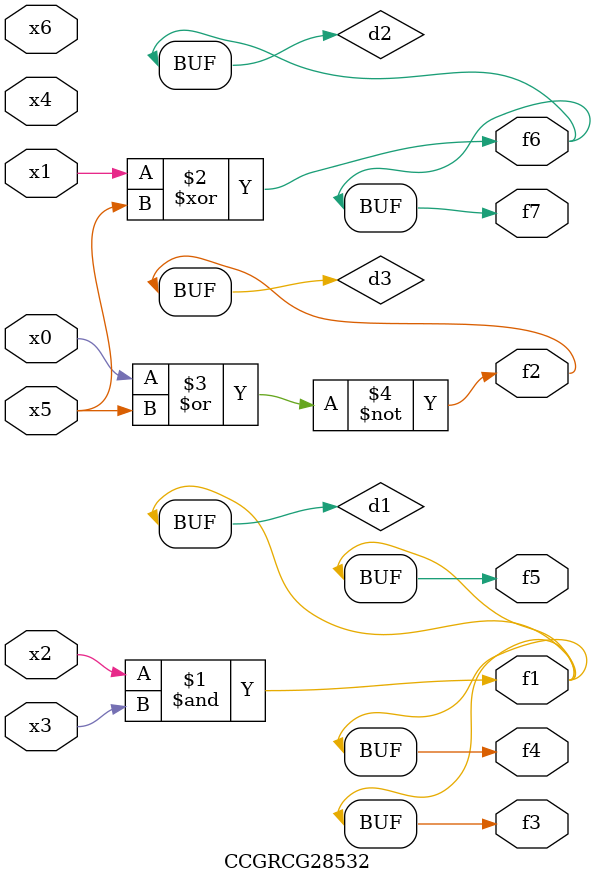
<source format=v>
module CCGRCG28532(
	input x0, x1, x2, x3, x4, x5, x6,
	output f1, f2, f3, f4, f5, f6, f7
);

	wire d1, d2, d3;

	and (d1, x2, x3);
	xor (d2, x1, x5);
	nor (d3, x0, x5);
	assign f1 = d1;
	assign f2 = d3;
	assign f3 = d1;
	assign f4 = d1;
	assign f5 = d1;
	assign f6 = d2;
	assign f7 = d2;
endmodule

</source>
